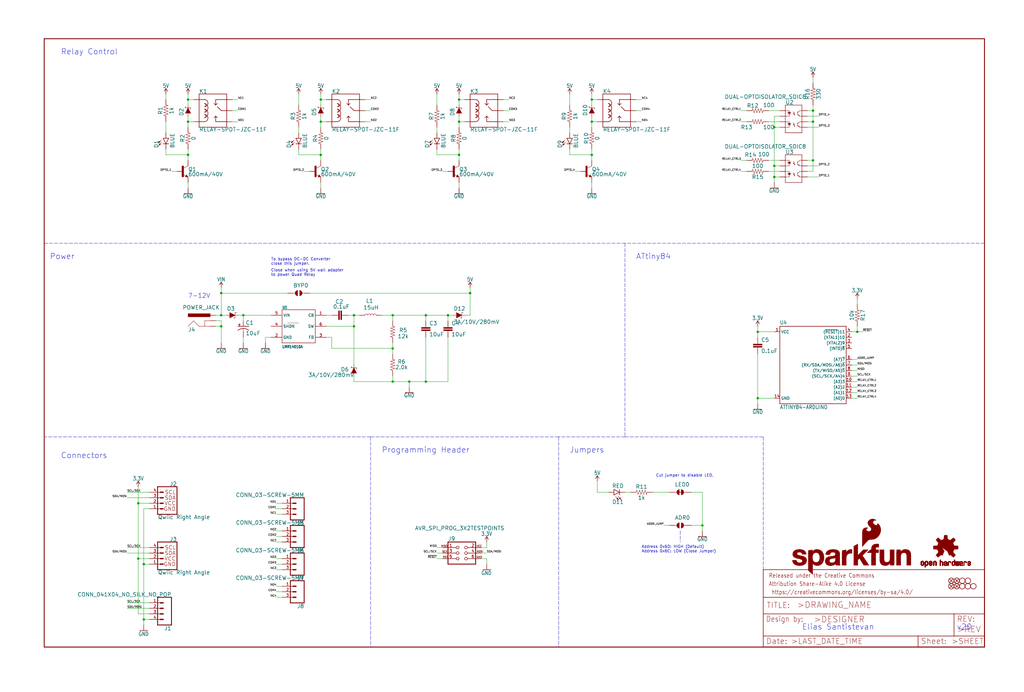
<source format=kicad_sch>
(kicad_sch (version 20211123) (generator eeschema)
  (paper "User" 470.306 317.906)
  (lib_symbols
    (symbol "eagleSchem-eagle-import:0.1UF-0402-10V-10%-X7R"
      (property "Reference" "C" (at 1.524 2.921 0))
      (property "Value" "0.1UF-0402-10V-10%-X7R" (at 1.524 -2.159 0))
      (symbol "0.1UF-0402-10V-10%-X7R_1_0"
        (pin passive line (at 0 5.08 270) (length 2.54) (name "1") (number "1"))
        (pin passive line (at 0 -2.54 90) (length 2.54) (name "2") (number "2"))
      )
    )
    (symbol "eagleSchem-eagle-import:0.1UF-0603-25V-(+80{slash}-20%)"
      (property "Reference" "C" (at 1.524 2.921 0))
      (property "Value" "0.1UF-0603-25V-(+80{slash}-20%)" (at 1.524 -2.159 0))
      (symbol "0.1UF-0603-25V-(+80{slash}-20%)_1_0"
        (pin passive line (at 0 5.08 270) (length 2.54) (name "1") (number "1"))
        (pin passive line (at 0 -2.54 90) (length 2.54) (name "2") (number "2"))
      )
    )
    (symbol "eagleSchem-eagle-import:0OHM-0603-1{slash}10W"
      (property "Reference" "R" (at 0 1.524 0))
      (property "Value" "0OHM-0603-1{slash}10W" (at 0 -1.524 0))
      (symbol "0OHM-0603-1{slash}10W_1_0"
        (pin passive line (at -5.08 0 0) (length 2.54) (name "1") (number "1"))
        (pin passive line (at 5.08 0 180) (length 2.54) (name "2") (number "2"))
      )
    )
    (symbol "eagleSchem-eagle-import:100OHM-0603-1{slash}10W-1%"
      (property "Reference" "R" (at 0 1.524 0))
      (property "Value" "100OHM-0603-1{slash}10W-1%" (at 0 -1.524 0))
      (symbol "100OHM-0603-1{slash}10W-1%_1_0"
        (pin passive line (at -5.08 0 0) (length 2.54) (name "1") (number "1"))
        (pin passive line (at 5.08 0 180) (length 2.54) (name "2") (number "2"))
      )
    )
    (symbol "eagleSchem-eagle-import:10KOHM-0603-1{slash}10W-1%"
      (property "Reference" "R" (at 0 1.524 0))
      (property "Value" "10KOHM-0603-1{slash}10W-1%" (at 0 -1.524 0))
      (symbol "10KOHM-0603-1{slash}10W-1%_1_0"
        (pin passive line (at -5.08 0 0) (length 2.54) (name "1") (number "1"))
        (pin passive line (at 5.08 0 180) (length 2.54) (name "2") (number "2"))
      )
    )
    (symbol "eagleSchem-eagle-import:10UF-0603-6.3V-20%"
      (property "Reference" "C" (at 1.524 2.921 0))
      (property "Value" "10UF-0603-6.3V-20%" (at 1.524 -2.159 0))
      (symbol "10UF-0603-6.3V-20%_1_0"
        (pin passive line (at 0 5.08 270) (length 2.54) (name "1") (number "1"))
        (pin passive line (at 0 -2.54 90) (length 2.54) (name "2") (number "2"))
      )
    )
    (symbol "eagleSchem-eagle-import:10UF-POLAR-EIA3528-20V-10%(TANT)"
      (property "Reference" "C" (at 1.016 0.635 0))
      (property "Value" "10UF-POLAR-EIA3528-20V-10%(TANT)" (at 1.016 -4.191 0))
      (symbol "10UF-POLAR-EIA3528-20V-10%(TANT)_1_0"
        (pin passive line (at 0 2.54 270) (length 2.54) (name "+") (number "A"))
        (pin passive line (at 0 -5.08 90) (length 2.54) (name "-") (number "C"))
      )
    )
    (symbol "eagleSchem-eagle-import:12KOHM-0603-1{slash}10W-1%"
      (property "Reference" "R" (at 0 1.524 0))
      (property "Value" "12KOHM-0603-1{slash}10W-1%" (at 0 -1.524 0))
      (symbol "12KOHM-0603-1{slash}10W-1%_1_0"
        (pin passive line (at -5.08 0 0) (length 2.54) (name "1") (number "1"))
        (pin passive line (at 5.08 0 180) (length 2.54) (name "2") (number "2"))
      )
    )
    (symbol "eagleSchem-eagle-import:1KOHM-0603-1{slash}10W-1%"
      (property "Reference" "R" (at 0 1.524 0))
      (property "Value" "1KOHM-0603-1{slash}10W-1%" (at 0 -1.524 0))
      (symbol "1KOHM-0603-1{slash}10W-1%_1_0"
        (pin passive line (at -5.08 0 0) (length 2.54) (name "1") (number "1"))
        (pin passive line (at 5.08 0 180) (length 2.54) (name "2") (number "2"))
      )
    )
    (symbol "eagleSchem-eagle-import:2.0KOHM-0603-1{slash}10W-5%"
      (property "Reference" "R" (at 0 1.524 0))
      (property "Value" "2.0KOHM-0603-1{slash}10W-5%" (at 0 -1.524 0))
      (symbol "2.0KOHM-0603-1{slash}10W-5%_1_0"
        (pin passive line (at -5.08 0 0) (length 2.54) (name "1") (number "1"))
        (pin passive line (at 5.08 0 180) (length 2.54) (name "2") (number "2"))
      )
    )
    (symbol "eagleSchem-eagle-import:3.3V" (power)
      (property "Value" "3.3V" (at 0 2.794 0))
      (symbol "3.3V_1_0"
        (pin power_in line (at 0 0 90) (length 2.54) (name "3.3V") (number "1"))
      )
    )
    (symbol "eagleSchem-eagle-import:330OHM-0603-1{slash}10W-1%"
      (property "Reference" "R" (at 0 1.524 0))
      (property "Value" "330OHM-0603-1{slash}10W-1%" (at 0 -1.524 0))
      (symbol "330OHM-0603-1{slash}10W-1%_1_0"
        (pin passive line (at -5.08 0 0) (length 2.54) (name "1") (number "1"))
        (pin passive line (at 5.08 0 180) (length 2.54) (name "2") (number "2"))
      )
    )
    (symbol "eagleSchem-eagle-import:5V" (power)
      (property "Value" "5V" (at 0 2.794 0))
      (symbol "5V_1_0"
        (pin power_in line (at 0 0 90) (length 2.54) (name "5V") (number "1"))
      )
    )
    (symbol "eagleSchem-eagle-import:ATTINY84-ARDUINO"
      (property "Reference" "U" (at -15.24 18.542 0))
      (property "Value" "ATTINY84-ARDUINO" (at -15.24 -20.32 0))
      (symbol "ATTINY84-ARDUINO_1_0"
        (pin bidirectional line (at -17.78 15.24 0) (length 2.54) (name "VCC") (number "1"))
        (pin bidirectional line (at 17.78 -7.62 180) (length 2.54) (name "(A3)3") (number "10"))
        (pin bidirectional line (at 17.78 -10.16 180) (length 2.54) (name "(A2)2") (number "11"))
        (pin bidirectional line (at 17.78 -12.7 180) (length 2.54) (name "(A1)1") (number "12"))
        (pin bidirectional line (at 17.78 -15.24 180) (length 2.54) (name "(A0)0") (number "13"))
        (pin bidirectional line (at -17.78 -15.24 0) (length 2.54) (name "GND") (number "14"))
        (pin bidirectional line (at 17.78 12.7 180) (length 2.54) (name "(XTAL1)10") (number "2"))
        (pin bidirectional line (at 17.78 10.16 180) (length 2.54) (name "(XTAL2)9") (number "3"))
        (pin bidirectional line (at 17.78 15.24 180) (length 2.54) (name "(~{RESET})11") (number "4"))
        (pin bidirectional line (at 17.78 7.62 180) (length 2.54) (name "(INT0)~{8}") (number "5"))
        (pin bidirectional line (at 17.78 2.54 180) (length 2.54) (name "(A7)~{7}") (number "6"))
        (pin bidirectional line (at 17.78 0 180) (length 2.54) (name "(RX/SDA/MOSI/A6)~{6}") (number "7"))
        (pin bidirectional line (at 17.78 -2.54 180) (length 2.54) (name "(TX/MISO/A5)~{5}") (number "8"))
        (pin bidirectional line (at 17.78 -5.08 180) (length 2.54) (name "(SCL/SCK/A4)4") (number "9"))
      )
    )
    (symbol "eagleSchem-eagle-import:AVR_SPI_PROG_3X2TESTPOINTS"
      (property "Reference" "J" (at -5.08 5.588 0))
      (property "Value" "AVR_SPI_PROG_3X2TESTPOINTS" (at -5.08 -7.366 0))
      (symbol "AVR_SPI_PROG_3X2TESTPOINTS_1_0"
        (text "GND" (at 8.001 -2.286 0) (effects (font (size 0.8128 0.8128)) (justify left bottom)))
        (text "MISO" (at -5.207 2.794 0) (effects (font (size 0.8128 0.8128)) (justify right bottom)))
        (text "MOSI" (at 8.001 0.254 0) (effects (font (size 0.8128 0.8128)) (justify left bottom)))
        (text "RST" (at -5.08 -2.286 0) (effects (font (size 0.8128 0.8128)) (justify right bottom)))
        (text "SCK" (at -5.207 0.254 0) (effects (font (size 0.8128 0.8128)) (justify right bottom)))
        (text "VCC" (at 8.001 2.794 0) (effects (font (size 0.8128 0.8128)) (justify left bottom)))
        (pin passive inverted (at -7.62 2.54 0) (length 7.62) (name "1") (number "1"))
        (pin passive inverted (at 10.16 2.54 180) (length 7.62) (name "2") (number "2"))
        (pin passive inverted (at -7.62 0 0) (length 7.62) (name "3") (number "3"))
        (pin passive inverted (at 10.16 0 180) (length 7.62) (name "4") (number "4"))
        (pin passive inverted (at -7.62 -2.54 0) (length 7.62) (name "5") (number "5"))
        (pin passive inverted (at 10.16 -2.54 180) (length 7.62) (name "6") (number "6"))
      )
    )
    (symbol "eagleSchem-eagle-import:CONN_03-SCREW-5MM"
      (property "Reference" "J" (at -2.54 5.588 0))
      (property "Value" "CONN_03-SCREW-5MM" (at -2.54 -7.366 0))
      (symbol "CONN_03-SCREW-5MM_1_0"
        (pin passive line (at 7.62 -2.54 180) (length 5.08) (name "1") (number "1"))
        (pin passive line (at 7.62 0 180) (length 5.08) (name "2") (number "2"))
        (pin passive line (at 7.62 2.54 180) (length 5.08) (name "3") (number "3"))
      )
    )
    (symbol "eagleSchem-eagle-import:CONN_041X04_NO_SILK_NO_POP"
      (property "Reference" "J" (at -5.08 8.128 0))
      (property "Value" "CONN_041X04_NO_SILK_NO_POP" (at -5.08 -7.366 0))
      (symbol "CONN_041X04_NO_SILK_NO_POP_1_0"
        (pin passive line (at 5.08 -2.54 180) (length 5.08) (name "1") (number "1"))
        (pin passive line (at 5.08 0 180) (length 5.08) (name "2") (number "2"))
        (pin passive line (at 5.08 2.54 180) (length 5.08) (name "3") (number "3"))
        (pin passive line (at 5.08 5.08 180) (length 5.08) (name "4") (number "4"))
      )
    )
    (symbol "eagleSchem-eagle-import:DIODE-SCHOTTKY-BAT20J"
      (property "Reference" "D" (at -2.54 2.032 0))
      (property "Value" "DIODE-SCHOTTKY-BAT20J" (at -2.54 -2.032 0))
      (symbol "DIODE-SCHOTTKY-BAT20J_1_0"
        (pin passive line (at -2.54 0 0) (length 0) (name "A") (number "A"))
        (pin passive line (at 2.54 0 180) (length 0) (name "C") (number "C"))
      )
    )
    (symbol "eagleSchem-eagle-import:DIODE-SCHOTTKY-BAT60A"
      (property "Reference" "D" (at -2.54 2.032 0))
      (property "Value" "DIODE-SCHOTTKY-BAT60A" (at -2.54 -2.032 0))
      (symbol "DIODE-SCHOTTKY-BAT60A_1_0"
        (pin passive line (at -2.54 0 0) (length 0) (name "A") (number "A"))
        (pin passive line (at 2.54 0 180) (length 0) (name "C") (number "C"))
      )
    )
    (symbol "eagleSchem-eagle-import:DIODE-SCHOTTKY-SS14"
      (property "Reference" "D" (at -2.54 2.032 0))
      (property "Value" "DIODE-SCHOTTKY-SS14" (at -2.54 -2.032 0))
      (symbol "DIODE-SCHOTTKY-SS14_1_0"
        (pin passive line (at -2.54 0 0) (length 0) (name "A") (number "A"))
        (pin passive line (at 2.54 0 180) (length 0) (name "C") (number "C"))
      )
    )
    (symbol "eagleSchem-eagle-import:DUAL-OPTOISOLATOR_SOIC8"
      (property "Reference" "U" (at -5.08 7.874 0))
      (property "Value" "DUAL-OPTOISOLATOR_SOIC8" (at -5.08 -5.334 0))
      (symbol "DUAL-OPTOISOLATOR_SOIC8_1_0"
        (pin bidirectional line (at -7.62 5.08 0) (length 2.54) (name "A1") (number "1"))
        (pin bidirectional line (at -7.62 2.54 0) (length 2.54) (name "C1") (number "2"))
        (pin bidirectional line (at -7.62 0 0) (length 2.54) (name "A2") (number "3"))
        (pin bidirectional line (at -7.62 -2.54 0) (length 2.54) (name "C2") (number "4"))
        (pin bidirectional line (at 5.08 -2.54 180) (length 2.54) (name "EM2") (number "5"))
        (pin bidirectional line (at 5.08 0 180) (length 2.54) (name "CL2") (number "6"))
        (pin bidirectional line (at 5.08 2.54 180) (length 2.54) (name "EM1") (number "7"))
        (pin bidirectional line (at 5.08 5.08 180) (length 2.54) (name "CL1") (number "8"))
      )
    )
    (symbol "eagleSchem-eagle-import:FIDUCIAL1X2")
    (symbol "eagleSchem-eagle-import:FRAME-LEDGER"
      (symbol "FRAME-LEDGER_2_0"
        (text " https://creativecommons.org/licenses/by-sa/4.0/" (at 2.54 24.13 0) (effects (font (size 1.9304 1.6408)) (justify left bottom)))
        (text ">DESIGNER" (at 23.114 11.176 0) (effects (font (size 2.7432 2.7432)) (justify left bottom)))
        (text ">DRAWING_NAME" (at 15.494 17.78 0) (effects (font (size 2.7432 2.7432)) (justify left bottom)))
        (text ">LAST_DATE_TIME" (at 12.7 1.27 0) (effects (font (size 2.54 2.54)) (justify left bottom)))
        (text ">REV" (at 88.9 6.604 0) (effects (font (size 2.7432 2.7432)) (justify left bottom)))
        (text ">SHEET" (at 86.36 1.27 0) (effects (font (size 2.54 2.54)) (justify left bottom)))
        (text "Attribution Share-Alike 4.0 License" (at 2.54 27.94 0) (effects (font (size 1.9304 1.6408)) (justify left bottom)))
        (text "Date:" (at 1.27 1.27 0) (effects (font (size 2.54 2.54)) (justify left bottom)))
        (text "Design by:" (at 1.27 11.43 0) (effects (font (size 2.54 2.159)) (justify left bottom)))
        (text "Released under the Creative Commons" (at 2.54 31.75 0) (effects (font (size 1.9304 1.6408)) (justify left bottom)))
        (text "REV:" (at 88.9 11.43 0) (effects (font (size 2.54 2.54)) (justify left bottom)))
        (text "Sheet:" (at 72.39 1.27 0) (effects (font (size 2.54 2.54)) (justify left bottom)))
        (text "TITLE:" (at 1.524 17.78 0) (effects (font (size 2.54 2.54)) (justify left bottom)))
      )
    )
    (symbol "eagleSchem-eagle-import:GND" (power)
      (property "Value" "GND" (at 0 -0.254 0))
      (symbol "GND_1_0"
        (pin power_in line (at 0 2.54 270) (length 2.54) (name "GND") (number "1"))
      )
    )
    (symbol "eagleSchem-eagle-import:I2C_STANDARDQWIIC"
      (property "Reference" "J" (at -5.08 7.874 0))
      (property "Value" "I2C_STANDARDQWIIC" (at -5.08 -5.334 0))
      (symbol "I2C_STANDARDQWIIC_1_0"
        (text "GND" (at -4.572 -2.54 0) (effects (font (size 1.778 1.778)) (justify left)))
        (text "SCL" (at -4.572 5.08 0) (effects (font (size 1.778 1.778)) (justify left)))
        (text "SDA" (at -4.572 2.54 0) (effects (font (size 1.778 1.778)) (justify left)))
        (text "VCC" (at -4.572 0 0) (effects (font (size 1.778 1.778)) (justify left)))
        (pin power_in line (at 7.62 -2.54 180) (length 5.08) (name "1") (number "1"))
        (pin power_in line (at 7.62 0 180) (length 5.08) (name "2") (number "2"))
        (pin passive line (at 7.62 2.54 180) (length 5.08) (name "3") (number "3"))
        (pin passive line (at 7.62 5.08 180) (length 5.08) (name "4") (number "4"))
      )
    )
    (symbol "eagleSchem-eagle-import:INDUCTOR-LQH5B-15UH"
      (property "Reference" "L" (at 1.27 2.54 0))
      (property "Value" "INDUCTOR-LQH5B-15UH" (at 1.27 -2.54 0))
      (symbol "INDUCTOR-LQH5B-15UH_1_0"
        (pin passive line (at 0 5.08 270) (length 2.54) (name "1") (number "P1"))
        (pin passive line (at 0 -5.08 90) (length 2.54) (name "2") (number "P2"))
      )
    )
    (symbol "eagleSchem-eagle-import:JUMPER-SMT_2_NC_TRACE_SILK"
      (property "Reference" "JP" (at -2.54 2.54 0))
      (property "Value" "JUMPER-SMT_2_NC_TRACE_SILK" (at -2.54 -2.54 0))
      (symbol "JUMPER-SMT_2_NC_TRACE_SILK_1_0"
        (pin passive line (at -5.08 0 0) (length 2.54) (name "1") (number "1"))
        (pin passive line (at 5.08 0 180) (length 2.54) (name "2") (number "2"))
      )
    )
    (symbol "eagleSchem-eagle-import:JUMPER-SMT_2_NO_SILK"
      (property "Reference" "JP" (at -2.54 2.54 0))
      (property "Value" "JUMPER-SMT_2_NO_SILK" (at -2.54 -2.54 0))
      (symbol "JUMPER-SMT_2_NO_SILK_1_0"
        (pin passive line (at -5.08 0 0) (length 2.54) (name "1") (number "1"))
        (pin passive line (at 5.08 0 180) (length 2.54) (name "2") (number "2"))
      )
    )
    (symbol "eagleSchem-eagle-import:LED-BLUE0603"
      (property "Reference" "D" (at -3.429 -4.572 90))
      (property "Value" "LED-BLUE0603" (at 1.905 -4.572 90))
      (symbol "LED-BLUE0603_1_0"
        (pin passive line (at 0 2.54 270) (length 2.54) (name "A") (number "A"))
        (pin passive line (at 0 -5.08 90) (length 2.54) (name "C") (number "C"))
      )
    )
    (symbol "eagleSchem-eagle-import:LED-RED0603"
      (property "Reference" "D" (at -3.429 -4.572 90))
      (property "Value" "LED-RED0603" (at 1.905 -4.572 90))
      (symbol "LED-RED0603_1_0"
        (pin passive line (at 0 2.54 270) (length 2.54) (name "A") (number "A"))
        (pin passive line (at 0 -5.08 90) (length 2.54) (name "C") (number "C"))
      )
    )
    (symbol "eagleSchem-eagle-import:LMR14010A"
      (property "Reference" "U" (at -7.62 7.874 0))
      (property "Value" "LMR14010A" (at -7.62 -10.16 0))
      (symbol "LMR14010A_1_0"
        (pin input line (at 12.7 5.08 180) (length 5.08) (name "CB") (number "1"))
        (pin power_in line (at -12.7 -5.08 0) (length 5.08) (name "GND") (number "2"))
        (pin input line (at 12.7 -5.08 180) (length 5.08) (name "FB") (number "3"))
        (pin input line (at -12.7 0 0) (length 5.08) (name "SHDN") (number "4"))
        (pin power_in line (at -12.7 5.08 0) (length 5.08) (name "VIN") (number "5"))
        (pin power_in line (at 12.7 0 180) (length 5.08) (name "SW") (number "6"))
      )
    )
    (symbol "eagleSchem-eagle-import:OSHW-LOGOS")
    (symbol "eagleSchem-eagle-import:POWER_JACK"
      (property "Reference" "J" (at -10.16 0 0))
      (property "Value" "POWER_JACK" (at -10.16 10.16 0))
      (symbol "POWER_JACK_1_0"
        (pin bidirectional line (at 2.54 2.54 180) (length 2.54) (name "GND") (number "GND"))
        (pin bidirectional line (at 2.54 5.08 180) (length 2.54) (name "GNDBREAK") (number "GNDBREAK"))
        (pin bidirectional line (at 2.54 7.62 180) (length 2.54) (name "PWR") (number "PWR"))
      )
    )
    (symbol "eagleSchem-eagle-import:RELAY-SPDT-JZC-11F"
      (property "Reference" "K" (at -7.62 7.874 0))
      (property "Value" "RELAY-SPDT-JZC-11F" (at -7.62 -9.652 0))
      (symbol "RELAY-SPDT-JZC-11F_1_0"
        (pin bidirectional line (at -10.16 -5.08 0) (length 2.54) (name "COIL2") (number "1"))
        (pin bidirectional line (at 7.62 5.08 180) (length 2.54) (name "NC") (number "2"))
        (pin bidirectional line (at 7.62 -5.08 180) (length 2.54) (name "NO") (number "3"))
        (pin bidirectional line (at 7.62 0 180) (length 2.54) (name "MAIN") (number "4"))
        (pin bidirectional line (at -10.16 5.08 0) (length 2.54) (name "COIL1") (number "5"))
      )
    )
    (symbol "eagleSchem-eagle-import:SFE_LOGO_NAME_FLAME.1_INCH")
    (symbol "eagleSchem-eagle-import:STAND-OFF")
    (symbol "eagleSchem-eagle-import:TRANS_NPN-MMBT2222AL"
      (property "Reference" "Q" (at 2.54 0 0))
      (property "Value" "TRANS_NPN-MMBT2222AL" (at 2.54 -2.286 0))
      (symbol "TRANS_NPN-MMBT2222AL_1_0"
        (pin passive line (at -2.54 0 0) (length 2.54) (name "B") (number "1"))
        (pin passive line (at 2.54 -5.08 90) (length 2.54) (name "E") (number "2"))
        (pin passive line (at 2.54 5.08 270) (length 2.54) (name "C") (number "3"))
      )
    )
    (symbol "eagleSchem-eagle-import:VIN" (power)
      (property "Value" "VIN" (at 0 2.794 0))
      (symbol "VIN_1_0"
        (pin power_in line (at 0 0 90) (length 2.54) (name "VIN") (number "1"))
      )
    )
  )
  (junction (at 195.58 175.26))
  (junction (at 347.98 182.88))
  (junction (at 180.34 144.78))
  (junction (at 86.36 45.72))
  (junction (at 101.6 134.62))
  (junction (at 63.5 256.54))
  (junction (at 147.32 55.88))
  (junction (at 347.98 152.4))
  (junction (at 271.78 55.88))
  (junction (at 373.38 73.66))
  (junction (at 373.38 55.88))
  (junction (at 111.76 144.78))
  (junction (at 147.32 71.12))
  (junction (at 101.6 149.86))
  (junction (at 63.5 231.14))
  (junction (at 66.04 259.08))
  (junction (at 355.6 76.2))
  (junction (at 271.78 71.12))
  (junction (at 187.96 175.26))
  (junction (at 210.82 45.72))
  (junction (at 355.6 81.28))
  (junction (at 210.82 55.88))
  (junction (at 210.82 71.12))
  (junction (at 86.36 71.12))
  (junction (at 205.74 144.78))
  (junction (at 271.78 45.72))
  (junction (at 86.36 55.88))
  (junction (at 180.34 175.26))
  (junction (at 195.58 144.78))
  (junction (at 373.38 50.8))
  (junction (at 393.7 152.4))
  (junction (at 101.6 144.78))
  (junction (at 215.9 134.62))
  (junction (at 66.04 284.48))
  (junction (at 147.32 45.72))
  (junction (at 180.34 160.02))
  (junction (at 322.58 241.3))
  (junction (at 355.6 58.42))
  (junction (at 162.56 144.78))
  (junction (at 162.56 149.86))
  (wire (pts (xy 223.52 259.08) (xy 223.52 256.54)))
  (wire (pts (xy 162.56 167.64) (xy 162.56 149.86)))
  (wire (pts (xy 121.92 154.94) (xy 121.92 157.48)))
  (wire (pts (xy 347.98 152.4) (xy 347.98 154.94)))
  (wire (pts (xy 393.7 137.16) (xy 393.7 139.7)))
  (wire (pts (xy 76.2 68.58) (xy 76.2 71.12)))
  (wire (pts (xy 68.58 276.86) (xy 58.42 276.86)))
  (wire (pts (xy 347.98 182.88) (xy 347.98 162.56)))
  (wire (pts (xy 149.86 55.88) (xy 147.32 55.88)))
  (wire (pts (xy 274.32 45.72) (xy 271.78 45.72)))
  (wire (pts (xy 358.14 58.42) (xy 355.6 58.42)))
  (wire (pts (xy 391.16 182.88) (xy 393.7 182.88)))
  (wire (pts (xy 68.58 233.68) (xy 66.04 233.68)))
  (wire (pts (xy 261.62 60.96) (xy 261.62 58.42)))
  (polyline (pts (xy 452.12 111.76) (xy 287.02 111.76)))
  (wire (pts (xy 342.9 55.88) (xy 340.36 55.88)))
  (wire (pts (xy 231.14 55.88) (xy 233.68 55.88)))
  (polyline (pts (xy 170.18 200.66) (xy 170.18 297.18)))
  (wire (pts (xy 292.1 45.72) (xy 294.64 45.72)))
  (wire (pts (xy 66.04 287.02) (xy 66.04 284.48)))
  (wire (pts (xy 370.84 76.2) (xy 375.92 76.2)))
  (polyline (pts (xy 256.54 200.66) (xy 170.18 200.66)))
  (wire (pts (xy 78.74 78.74) (xy 81.28 78.74)))
  (wire (pts (xy 180.34 172.72) (xy 180.34 175.26)))
  (wire (pts (xy 195.58 175.26) (xy 187.96 175.26)))
  (wire (pts (xy 149.86 45.72) (xy 147.32 45.72)))
  (wire (pts (xy 391.16 180.34) (xy 393.7 180.34)))
  (wire (pts (xy 147.32 86.36) (xy 147.32 83.82)))
  (wire (pts (xy 147.32 43.18) (xy 147.32 45.72)))
  (wire (pts (xy 274.32 55.88) (xy 271.78 55.88)))
  (wire (pts (xy 264.16 78.74) (xy 266.7 78.74)))
  (wire (pts (xy 68.58 284.48) (xy 66.04 284.48)))
  (wire (pts (xy 167.64 45.72) (xy 170.18 45.72)))
  (wire (pts (xy 149.86 144.78) (xy 152.4 144.78)))
  (wire (pts (xy 274.32 226.06) (xy 279.4 226.06)))
  (wire (pts (xy 180.34 160.02) (xy 180.34 157.48)))
  (wire (pts (xy 147.32 73.66) (xy 147.32 71.12)))
  (wire (pts (xy 129.54 274.32) (xy 127 274.32)))
  (wire (pts (xy 355.6 182.88) (xy 347.98 182.88)))
  (wire (pts (xy 86.36 45.72) (xy 88.9 45.72)))
  (wire (pts (xy 101.6 144.78) (xy 104.14 144.78)))
  (wire (pts (xy 210.82 86.36) (xy 210.82 83.82)))
  (wire (pts (xy 127 246.38) (xy 129.54 246.38)))
  (wire (pts (xy 342.9 73.66) (xy 340.36 73.66)))
  (wire (pts (xy 63.5 223.52) (xy 63.5 231.14)))
  (wire (pts (xy 213.36 45.72) (xy 210.82 45.72)))
  (wire (pts (xy 307.34 226.06) (xy 299.72 226.06)))
  (wire (pts (xy 322.58 226.06) (xy 322.58 241.3)))
  (polyline (pts (xy 350.52 200.66) (xy 350.52 261.62)))
  (wire (pts (xy 271.78 43.18) (xy 271.78 45.72)))
  (wire (pts (xy 274.32 220.98) (xy 274.32 226.06)))
  (wire (pts (xy 147.32 71.12) (xy 147.32 68.58)))
  (wire (pts (xy 147.32 55.88) (xy 147.32 53.34)))
  (wire (pts (xy 373.38 73.66) (xy 373.38 55.88)))
  (wire (pts (xy 68.58 254) (xy 58.42 254)))
  (wire (pts (xy 203.2 256.54) (xy 200.66 256.54)))
  (wire (pts (xy 167.64 50.8) (xy 170.18 50.8)))
  (wire (pts (xy 271.78 58.42) (xy 271.78 55.88)))
  (wire (pts (xy 101.6 157.48) (xy 101.6 149.86)))
  (wire (pts (xy 129.54 233.68) (xy 127 233.68)))
  (wire (pts (xy 68.58 279.4) (xy 58.42 279.4)))
  (wire (pts (xy 111.76 147.32) (xy 111.76 144.78)))
  (wire (pts (xy 152.4 160.02) (xy 180.34 160.02)))
  (wire (pts (xy 111.76 157.48) (xy 111.76 154.94)))
  (wire (pts (xy 187.96 177.8) (xy 187.96 175.26)))
  (wire (pts (xy 271.78 45.72) (xy 271.78 48.26)))
  (wire (pts (xy 175.26 144.78) (xy 180.34 144.78)))
  (wire (pts (xy 220.98 256.54) (xy 223.52 256.54)))
  (wire (pts (xy 162.56 144.78) (xy 165.1 144.78)))
  (wire (pts (xy 167.64 55.88) (xy 170.18 55.88)))
  (wire (pts (xy 137.16 71.12) (xy 147.32 71.12)))
  (wire (pts (xy 342.9 78.74) (xy 340.36 78.74)))
  (wire (pts (xy 203.2 254) (xy 200.66 254)))
  (wire (pts (xy 287.02 226.06) (xy 289.56 226.06)))
  (wire (pts (xy 68.58 259.08) (xy 66.04 259.08)))
  (wire (pts (xy 86.36 58.42) (xy 86.36 55.88)))
  (wire (pts (xy 66.04 259.08) (xy 66.04 284.48)))
  (wire (pts (xy 355.6 152.4) (xy 347.98 152.4)))
  (wire (pts (xy 76.2 55.88) (xy 76.2 60.96)))
  (wire (pts (xy 137.16 43.18) (xy 137.16 48.26)))
  (polyline (pts (xy 170.18 200.66) (xy 20.32 200.66)))
  (wire (pts (xy 127 243.84) (xy 129.54 243.84)))
  (wire (pts (xy 358.14 81.28) (xy 355.6 81.28)))
  (wire (pts (xy 124.46 154.94) (xy 121.92 154.94)))
  (wire (pts (xy 160.02 144.78) (xy 162.56 144.78)))
  (wire (pts (xy 149.86 154.94) (xy 152.4 154.94)))
  (polyline (pts (xy 256.54 200.66) (xy 256.54 297.18)))
  (polyline (pts (xy 287.02 200.66) (xy 350.52 200.66)))
  (wire (pts (xy 129.54 259.08) (xy 127 259.08)))
  (wire (pts (xy 205.74 144.78) (xy 205.74 147.32)))
  (wire (pts (xy 215.9 144.78) (xy 215.9 134.62)))
  (wire (pts (xy 220.98 254) (xy 223.52 254)))
  (wire (pts (xy 370.84 53.34) (xy 375.92 53.34)))
  (wire (pts (xy 391.16 177.8) (xy 393.7 177.8)))
  (wire (pts (xy 68.58 228.6) (xy 58.42 228.6)))
  (wire (pts (xy 68.58 251.46) (xy 58.42 251.46)))
  (wire (pts (xy 370.84 50.8) (xy 373.38 50.8)))
  (wire (pts (xy 213.36 144.78) (xy 215.9 144.78)))
  (wire (pts (xy 261.62 48.26) (xy 261.62 43.18)))
  (wire (pts (xy 180.34 175.26) (xy 162.56 175.26)))
  (wire (pts (xy 203.2 251.46) (xy 200.66 251.46)))
  (wire (pts (xy 353.06 73.66) (xy 358.14 73.66)))
  (wire (pts (xy 124.46 144.78) (xy 111.76 144.78)))
  (wire (pts (xy 370.84 81.28) (xy 375.92 81.28)))
  (wire (pts (xy 142.24 134.62) (xy 215.9 134.62)))
  (wire (pts (xy 68.58 226.06) (xy 58.42 226.06)))
  (wire (pts (xy 86.36 86.36) (xy 86.36 83.82)))
  (wire (pts (xy 149.86 149.86) (xy 162.56 149.86)))
  (wire (pts (xy 129.54 248.92) (xy 127 248.92)))
  (wire (pts (xy 370.84 78.74) (xy 373.38 78.74)))
  (polyline (pts (xy 287.02 200.66) (xy 256.54 200.66)))
  (wire (pts (xy 391.16 172.72) (xy 393.7 172.72)))
  (wire (pts (xy 86.36 45.72) (xy 86.36 43.18)))
  (wire (pts (xy 210.82 68.58) (xy 210.82 71.12)))
  (wire (pts (xy 106.68 55.88) (xy 109.22 55.88)))
  (wire (pts (xy 195.58 144.78) (xy 195.58 147.32)))
  (wire (pts (xy 261.62 71.12) (xy 271.78 71.12)))
  (wire (pts (xy 152.4 154.94) (xy 152.4 160.02)))
  (wire (pts (xy 373.38 55.88) (xy 373.38 50.8)))
  (wire (pts (xy 63.5 231.14) (xy 68.58 231.14)))
  (wire (pts (xy 358.14 76.2) (xy 355.6 76.2)))
  (wire (pts (xy 129.54 261.62) (xy 127 261.62)))
  (wire (pts (xy 391.16 167.64) (xy 393.7 167.64)))
  (wire (pts (xy 271.78 83.82) (xy 271.78 86.36)))
  (wire (pts (xy 129.54 236.22) (xy 127 236.22)))
  (wire (pts (xy 187.96 175.26) (xy 180.34 175.26)))
  (wire (pts (xy 86.36 68.58) (xy 86.36 71.12)))
  (wire (pts (xy 307.34 241.3) (xy 304.8 241.3)))
  (wire (pts (xy 86.36 55.88) (xy 86.36 53.34)))
  (wire (pts (xy 231.14 45.72) (xy 233.68 45.72)))
  (wire (pts (xy 271.78 71.12) (xy 271.78 73.66)))
  (wire (pts (xy 271.78 55.88) (xy 271.78 53.34)))
  (polyline (pts (xy 287.02 111.76) (xy 287.02 200.66)))
  (wire (pts (xy 162.56 149.86) (xy 162.56 144.78)))
  (polyline (pts (xy 312.42 243.84) (xy 312.42 248.92)))
  (wire (pts (xy 99.06 147.32) (xy 101.6 147.32)))
  (wire (pts (xy 200.66 48.26) (xy 200.66 43.18)))
  (wire (pts (xy 200.66 58.42) (xy 200.66 60.96)))
  (wire (pts (xy 347.98 149.86) (xy 347.98 152.4)))
  (wire (pts (xy 292.1 55.88) (xy 294.64 55.88)))
  (wire (pts (xy 106.68 50.8) (xy 109.22 50.8)))
  (wire (pts (xy 205.74 175.26) (xy 195.58 175.26)))
  (wire (pts (xy 208.28 144.78) (xy 205.74 144.78)))
  (wire (pts (xy 86.36 48.26) (xy 86.36 45.72)))
  (wire (pts (xy 129.54 231.14) (xy 127 231.14)))
  (wire (pts (xy 347.98 182.88) (xy 347.98 185.42)))
  (wire (pts (xy 210.82 43.18) (xy 210.82 45.72)))
  (wire (pts (xy 223.52 251.46) (xy 223.52 248.92)))
  (wire (pts (xy 101.6 144.78) (xy 101.6 134.62)))
  (wire (pts (xy 231.14 50.8) (xy 233.68 50.8)))
  (wire (pts (xy 147.32 55.88) (xy 147.32 58.42)))
  (wire (pts (xy 195.58 154.94) (xy 195.58 175.26)))
  (wire (pts (xy 76.2 71.12) (xy 86.36 71.12)))
  (wire (pts (xy 162.56 172.72) (xy 162.56 175.26)))
  (wire (pts (xy 101.6 134.62) (xy 101.6 132.08)))
  (wire (pts (xy 370.84 55.88) (xy 373.38 55.88)))
  (wire (pts (xy 137.16 60.96) (xy 137.16 58.42)))
  (wire (pts (xy 129.54 271.78) (xy 127 271.78)))
  (wire (pts (xy 393.7 149.86) (xy 393.7 152.4)))
  (wire (pts (xy 203.2 78.74) (xy 205.74 78.74)))
  (wire (pts (xy 99.06 149.86) (xy 101.6 149.86)))
  (wire (pts (xy 261.62 71.12) (xy 261.62 68.58)))
  (wire (pts (xy 63.5 281.94) (xy 63.5 256.54)))
  (wire (pts (xy 220.98 251.46) (xy 223.52 251.46)))
  (wire (pts (xy 210.82 55.88) (xy 210.82 58.42)))
  (wire (pts (xy 88.9 55.88) (xy 86.36 55.88)))
  (wire (pts (xy 292.1 50.8) (xy 294.64 50.8)))
  (wire (pts (xy 373.38 78.74) (xy 373.38 73.66)))
  (wire (pts (xy 370.84 73.66) (xy 373.38 73.66)))
  (wire (pts (xy 355.6 53.34) (xy 355.6 58.42)))
  (wire (pts (xy 147.32 48.26) (xy 147.32 45.72)))
  (wire (pts (xy 129.54 256.54) (xy 127 256.54)))
  (wire (pts (xy 137.16 68.58) (xy 137.16 71.12)))
  (wire (pts (xy 139.7 78.74) (xy 142.24 78.74)))
  (wire (pts (xy 373.38 35.56) (xy 373.38 38.1)))
  (wire (pts (xy 340.36 50.8) (xy 342.9 50.8)))
  (wire (pts (xy 358.14 78.74) (xy 353.06 78.74)))
  (wire (pts (xy 210.82 53.34) (xy 210.82 55.88)))
  (wire (pts (xy 99.06 144.78) (xy 101.6 144.78)))
  (wire (pts (xy 200.66 71.12) (xy 210.82 71.12)))
  (wire (pts (xy 317.5 226.06) (xy 322.58 226.06)))
  (wire (pts (xy 129.54 269.24) (xy 127 269.24)))
  (wire (pts (xy 391.16 175.26) (xy 393.7 175.26)))
  (wire (pts (xy 200.66 68.58) (xy 200.66 71.12)))
  (wire (pts (xy 213.36 55.88) (xy 210.82 55.88)))
  (wire (pts (xy 393.7 152.4) (xy 396.24 152.4)))
  (wire (pts (xy 353.06 55.88) (xy 358.14 55.88)))
  (wire (pts (xy 180.34 144.78) (xy 180.34 147.32)))
  (wire (pts (xy 353.06 50.8) (xy 358.14 50.8)))
  (wire (pts (xy 101.6 134.62) (xy 132.08 134.62)))
  (wire (pts (xy 370.84 58.42) (xy 375.92 58.42)))
  (polyline (pts (xy 20.32 111.76) (xy 287.02 111.76)))
  (wire (pts (xy 210.82 71.12) (xy 210.82 73.66)))
  (wire (pts (xy 205.74 154.94) (xy 205.74 175.26)))
  (wire (pts (xy 68.58 256.54) (xy 63.5 256.54)))
  (wire (pts (xy 180.34 160.02) (xy 180.34 162.56)))
  (wire (pts (xy 317.5 241.3) (xy 322.58 241.3)))
  (wire (pts (xy 215.9 134.62) (xy 215.9 132.08)))
  (wire (pts (xy 322.58 241.3) (xy 322.58 243.84)))
  (wire (pts (xy 210.82 48.26) (xy 210.82 45.72)))
  (wire (pts (xy 106.68 45.72) (xy 109.22 45.72)))
  (wire (pts (xy 391.16 165.1) (xy 393.7 165.1)))
  (wire (pts (xy 355.6 58.42) (xy 355.6 76.2)))
  (wire (pts (xy 391.16 152.4) (xy 393.7 152.4)))
  (wire (pts (xy 358.14 53.34) (xy 355.6 53.34)))
  (wire (pts (xy 195.58 144.78) (xy 205.74 144.78)))
  (wire (pts (xy 109.22 144.78) (xy 111.76 144.78)))
  (wire (pts (xy 63.5 256.54) (xy 63.5 231.14)))
  (wire (pts (xy 76.2 45.72) (xy 76.2 43.18)))
  (wire (pts (xy 86.36 71.12) (xy 86.36 73.66)))
  (wire (pts (xy 180.34 144.78) (xy 195.58 144.78)))
  (wire (pts (xy 68.58 281.94) (xy 63.5 281.94)))
  (wire (pts (xy 391.16 170.18) (xy 393.7 170.18)))
  (wire (pts (xy 271.78 68.58) (xy 271.78 71.12)))
  (wire (pts (xy 101.6 147.32) (xy 101.6 149.86)))
  (wire (pts (xy 355.6 76.2) (xy 355.6 81.28)))
  (wire (pts (xy 373.38 50.8) (xy 373.38 48.26)))
  (wire (pts (xy 66.04 233.68) (xy 66.04 259.08)))
  (wire (pts (xy 355.6 81.28) (xy 355.6 83.82)))
  (text "v20" (at 439.42 289.56 180) (effects (font (size 2.54 2.54)) (justify left bottom)))
  (text "7-12V" (at 86.36 137.16 180) (effects (font (size 2.032 2.032)) (justify left bottom)))
  (text "To bypass DC-DC Converter\nclose this jumper." (at 124.46 121.92 180) (effects (font (size 1.27 1.27)) (justify left bottom)))
  (text "Close when using 5V wall adapter\nto power Quad Relay" (at 124.46 127 0) (effects (font (size 1.27 1.27)) (justify left bottom)))
  (text "Jumpers" (at 261.62 208.28 180) (effects (font (size 2.54 2.54)) (justify left bottom)))
  (text "Cut jumper to disable LED." (at 301.244 219.202 180) (effects (font (size 1.27 1.27)) (justify left bottom)))
  (text "ATtiny84" (at 292.1 119.38 180) (effects (font (size 2.54 2.54)) (justify left bottom)))
  (text "Power" (at 22.86 119.38 180) (effects (font (size 2.54 2.54)) (justify left bottom)))
  (text "Elias Santistevan" (at 368.3 289.56 180) (effects (font (size 2.54 2.54)) (justify left bottom)))
  (text "Programming Header" (at 175.26 208.28 180) (effects (font (size 2.54 2.54)) (justify left bottom)))
  (text "Address 0x6D: HIGH (Default)\nAddress 0x6C: LOW (Close Jumper)" (at 294.64 254 0) (effects (font (size 1.27 1.27)) (justify left bottom)))
  (text "Connectors" (at 27.94 210.82 180) (effects (font (size 2.54 2.54)) (justify left bottom)))
  (text "Relay Control" (at 27.94 25.4 180) (effects (font (size 2.54 2.54)) (justify left bottom)))
  (label "NC1" (at 127 236.22 180) (effects (font (size 0.889 0.889))))
  (label "NO2" (at 170.18 55.88 0) (effects (font (size 0.889 0.889))))
  (label "NC4" (at 294.64 45.72 0) (effects (font (size 0.889 0.889))))
  (label "NO2" (at 127 243.84 180) (effects (font (size 0.889 0.889))))
  (label "NO1" (at 127 231.14 180) (effects (font (size 0.889 0.889))))
  (label "RELAY_CTRL4" (at 393.7 182.88 0) (effects (font (size 0.889 0.889))))
  (label "SCL/SCK" (at 393.7 172.72 0) (effects (font (size 0.889 0.889))))
  (label "RELAY_CTRL1" (at 340.36 50.8 180) (effects (font (size 0.889 0.889))))
  (label "NO3" (at 233.68 55.88 0) (effects (font (size 0.889 0.889))))
  (label "SCL/SCK" (at 58.42 276.86 0) (effects (font (size 0.889 0.889))))
  (label "OPTO_1" (at 375.92 81.28 0) (effects (font (size 0.889 0.889))))
  (label "NC3" (at 127 261.62 180) (effects (font (size 0.889 0.889))))
  (label "~{RESET}" (at 396.24 152.4 0) (effects (font (size 0.889 0.889))))
  (label "NO1" (at 109.22 55.88 0) (effects (font (size 0.889 0.889))))
  (label "NC4" (at 127 274.32 180) (effects (font (size 0.889 0.889))))
  (label "OPTO_1" (at 78.74 78.74 180) (effects (font (size 0.889 0.889))))
  (label "COM2" (at 170.18 50.8 0) (effects (font (size 0.889 0.889))))
  (label "ADDR_JUMP" (at 304.8 241.3 180) (effects (font (size 0.889 0.889))))
  (label "SDA/MOSI" (at 58.42 254 180) (effects (font (size 0.889 0.889))))
  (label "SDA/MOSI" (at 393.7 167.64 0) (effects (font (size 0.889 0.889))))
  (label "RELAY_CTRL2" (at 393.7 177.8 0) (effects (font (size 0.889 0.889))))
  (label "MISO" (at 393.7 170.18 0) (effects (font (size 0.889 0.889))))
  (label "COM4" (at 127 271.78 180) (effects (font (size 0.889 0.889))))
  (label "NO4" (at 294.64 55.88 0) (effects (font (size 0.889 0.889))))
  (label "COM4" (at 294.64 50.8 0) (effects (font (size 0.889 0.889))))
  (label "RELAY_CTRL3" (at 340.36 73.66 180) (effects (font (size 0.889 0.889))))
  (label "RELAY_CTRL2" (at 340.36 55.88 180) (effects (font (size 0.889 0.889))))
  (label "RELAY_CTRL1" (at 393.7 175.26 0) (effects (font (size 0.889 0.889))))
  (label "NC2" (at 170.18 45.72 0) (effects (font (size 0.889 0.889))))
  (label "ADDR_JUMP" (at 393.7 165.1 0) (effects (font (size 0.889 0.889))))
  (label "SCL/SCK" (at 58.42 251.46 0) (effects (font (size 0.889 0.889))))
  (label "COM1" (at 127 233.68 180) (effects (font (size 0.889 0.889))))
  (label "NO4" (at 127 269.24 180) (effects (font (size 0.889 0.889))))
  (label "RELAY_CTRL3" (at 393.7 180.34 0) (effects (font (size 0.889 0.889))))
  (label "COM3" (at 233.68 50.8 0) (effects (font (size 0.889 0.889))))
  (label "RELAY_CTRL4" (at 340.36 78.74 180) (effects (font (size 0.889 0.889))))
  (label "COM2" (at 127 246.38 180) (effects (font (size 0.889 0.889))))
  (label "OPTO_2" (at 139.7 78.74 180) (effects (font (size 0.889 0.889))))
  (label "NC3" (at 233.68 45.72 0) (effects (font (size 0.889 0.889))))
  (label "SDA/MOSI" (at 58.42 279.4 0) (effects (font (size 0.889 0.889))))
  (label "SDA/MOSI" (at 58.42 228.6 180) (effects (font (size 0.889 0.889))))
  (label "COM3" (at 127 259.08 180) (effects (font (size 0.889 0.889))))
  (label "OPTO_3" (at 203.2 78.74 180) (effects (font (size 0.889 0.889))))
  (label "OPTO_2" (at 375.92 76.2 0) (effects (font (size 0.889 0.889))))
  (label "NO3" (at 127 256.54 180) (effects (font (size 0.889 0.889))))
  (label "SCL/SCK" (at 58.42 226.06 0) (effects (font (size 0.889 0.889))))
  (label "COM1" (at 109.22 50.8 0) (effects (font (size 0.889 0.889))))
  (label "SCL/SCK" (at 200.66 254 180) (effects (font (size 0.889 0.889))))
  (label "MISO" (at 200.66 251.46 180) (effects (font (size 0.889 0.889))))
  (label "OPTO_4" (at 375.92 53.34 0) (effects (font (size 0.889 0.889))))
  (label "OPTO_3" (at 375.92 58.42 0) (effects (font (size 0.889 0.889))))
  (label "SDA/MOSI" (at 223.52 254 0) (effects (font (size 0.889 0.889))))
  (label "NC1" (at 109.22 45.72 0) (effects (font (size 0.889 0.889))))
  (label "~{RESET}" (at 200.66 256.54 180) (effects (font (size 0.889 0.889))))
  (label "NC2" (at 127 248.92 180) (effects (font (size 0.889 0.889))))
  (label "OPTO_4" (at 264.16 78.74 180) (effects (font (size 0.889 0.889))))
  (symbol (lib_id "eagleSchem-eagle-import:AVR_SPI_PROG_3X2TESTPOINTS") (at 210.82 254 0) (unit 1)
    (property "Reference" "J9" (at 205.74 248.412 0) (effects (font (size 1.778 1.778)) (justify left bottom)))
    (property "Value" "AVR_SPI_PROG_3X2TESTPOINTS" (at 190.5 243.586 0) (effects (font (size 1.778 1.778)) (justify left bottom)))
    (property "Footprint" "eagleSchem:2X3_TEST_POINTS" (effects hide))
  )
  (symbol (lib_id "eagleSchem-eagle-import:LED-RED0603") (at 281.94 226.06 90) (unit 1)
    (property "Reference" "D11" (at 286.512 229.489 90) (effects (font (size 1.778 1.778)) (justify left bottom)))
    (property "Value" "RED" (at 286.512 224.155 90) (effects (font (size 1.778 1.778)) (justify left top)))
    (property "Footprint" "eagleSchem:LED-0603" (effects hide))
  )
  (symbol (lib_id "eagleSchem-eagle-import:LMR14010A") (at 137.16 149.86 0) (unit 1)
    (property "Reference" "U1" (at 129.54 141.986 0) (effects (font (size 1.27 1.0795) bold) (justify left bottom)))
    (property "Value" "LMR14010A" (at 129.54 160.02 0) (effects (font (size 1.27 1.0795) bold) (justify left bottom)))
    (property "Footprint" "eagleSchem:SOT23-6" (effects hide))
  )
  (symbol (lib_id "eagleSchem-eagle-import:DIODE-SCHOTTKY-BAT60A") (at 162.56 170.18 90) (unit 1)
    (property "Reference" "D6" (at 160.274 168.656 90) (effects (font (size 1.778 1.778)) (justify left bottom)))
    (property "Value" "3A/10V/280mV" (at 141.478 171.196 90) (effects (font (size 1.778 1.778)) (justify right bottom)))
    (property "Footprint" "eagleSchem:SOD-323" (effects hide))
  )
  (symbol (lib_id "eagleSchem-eagle-import:0.1UF-0603-25V-(+80{slash}-20%)") (at 347.98 160.02 0) (unit 1)
    (property "Reference" "C5" (at 349.504 157.099 0) (effects (font (size 1.778 1.778)) (justify left bottom)))
    (property "Value" "0.1uF" (at 349.504 162.179 0) (effects (font (size 1.778 1.778)) (justify left bottom)))
    (property "Footprint" "eagleSchem:0603" (effects hide))
  )
  (symbol (lib_id "eagleSchem-eagle-import:12KOHM-0603-1{slash}10W-1%") (at 180.34 152.4 90) (unit 1)
    (property "Reference" "R5" (at 185.166 150.622 90) (effects (font (size 1.778 1.778)) (justify bottom)))
    (property "Value" "12k" (at 185.166 155.448 90) (effects (font (size 1.778 1.778)) (justify top)))
    (property "Footprint" "eagleSchem:0603" (effects hide))
  )
  (symbol (lib_id "eagleSchem-eagle-import:GND") (at 121.92 160.02 0) (unit 1)
    (property "Reference" "#GND19" (effects hide))
    (property "Value" "GND" (at 121.92 160.274 0) (effects (font (size 1.778 1.5113)) (justify top)))
    (property "Footprint" "eagleSchem:" (effects hide))
  )
  (symbol (lib_id "eagleSchem-eagle-import:DIODE-SCHOTTKY-BAT20J") (at 147.32 50.8 90) (unit 1)
    (property "Reference" "D5" (at 145.288 53.34 0) (effects (font (size 1.778 1.778)) (justify left bottom)))
    (property "Value" "1A/23V/620mV" (effects hide))
    (property "Footprint" "eagleSchem:SOD-323" (effects hide))
  )
  (symbol (lib_id "eagleSchem-eagle-import:5V") (at 86.36 43.18 0) (unit 1)
    (property "Reference" "#SUPPLY14" (effects hide))
    (property "Value" "5V" (at 86.36 40.386 0) (effects (font (size 1.778 1.5113)) (justify bottom)))
    (property "Footprint" "eagleSchem:" (effects hide))
  )
  (symbol (lib_id "eagleSchem-eagle-import:DUAL-OPTOISOLATOR_SOIC8") (at 365.76 78.74 0) (unit 1)
    (property "Reference" "U3" (at 360.68 70.866 0) (effects (font (size 1.778 1.778)) (justify left bottom)))
    (property "Value" "DUAL-OPTOISOLATOR_SOIC8" (at 332.74 66.294 0) (effects (font (size 1.778 1.778)) (justify left top)))
    (property "Footprint" "eagleSchem:SO08" (effects hide))
  )
  (symbol (lib_id "eagleSchem-eagle-import:LED-BLUE0603") (at 200.66 63.5 0) (unit 1)
    (property "Reference" "D7" (at 197.231 68.072 90) (effects (font (size 1.778 1.778)) (justify left bottom)))
    (property "Value" "BLUE" (at 202.565 68.072 90) (effects (font (size 1.778 1.778)) (justify left top)))
    (property "Footprint" "eagleSchem:LED-0603" (effects hide))
  )
  (symbol (lib_id "eagleSchem-eagle-import:100OHM-0603-1{slash}10W-1%") (at 347.98 55.88 180) (unit 1)
    (property "Reference" "R13" (at 342.9 57.404 0) (effects (font (size 1.778 1.778)) (justify bottom)))
    (property "Value" "100" (at 353.06 59.436 0) (effects (font (size 1.778 1.778)) (justify top)))
    (property "Footprint" "eagleSchem:0603" (effects hide))
  )
  (symbol (lib_id "eagleSchem-eagle-import:100OHM-0603-1{slash}10W-1%") (at 347.98 73.66 180) (unit 1)
    (property "Reference" "R14" (at 344.678 70.104 0) (effects (font (size 1.778 1.778)) (justify bottom)))
    (property "Value" "100" (at 350.774 71.882 0) (effects (font (size 1.778 1.778)) (justify top)))
    (property "Footprint" "eagleSchem:0603" (effects hide))
  )
  (symbol (lib_id "eagleSchem-eagle-import:FRAME-LEDGER") (at 20.32 297.18 0) (unit 1)
    (property "Reference" "FRAME1" (effects hide))
    (property "Value" "FRAME-LEDGER" (effects hide))
    (property "Footprint" "eagleSchem:CREATIVE_COMMONS" (effects hide))
  )
  (symbol (lib_id "eagleSchem-eagle-import:0OHM-0603-1{slash}10W") (at 210.82 63.5 90) (unit 1)
    (property "Reference" "R8" (at 209.296 63.5 0) (effects (font (size 1.778 1.778)) (justify bottom)))
    (property "Value" "0" (at 212.344 63.5 0) (effects (font (size 1.778 1.778)) (justify top)))
    (property "Footprint" "eagleSchem:0603" (effects hide))
  )
  (symbol (lib_id "eagleSchem-eagle-import:GND") (at 187.96 180.34 0) (unit 1)
    (property "Reference" "#GND20" (effects hide))
    (property "Value" "GND" (at 187.96 180.594 0) (effects (font (size 1.778 1.5113)) (justify top)))
    (property "Footprint" "eagleSchem:" (effects hide))
  )
  (symbol (lib_id "eagleSchem-eagle-import:STAND-OFF") (at 444.5 269.24 0) (unit 1)
    (property "Reference" "JP7" (effects hide))
    (property "Value" "STAND-OFF" (effects hide))
    (property "Footprint" "eagleSchem:STAND-OFF" (effects hide))
  )
  (symbol (lib_id "eagleSchem-eagle-import:TRANS_NPN-MMBT2222AL") (at 83.82 78.74 0) (unit 1)
    (property "Reference" "Q1" (at 86.36 78.74 0) (effects (font (size 1.778 1.778)) (justify left bottom)))
    (property "Value" "600mA/40V" (at 86.36 81.026 0) (effects (font (size 1.778 1.778)) (justify left bottom)))
    (property "Footprint" "eagleSchem:SOT23-3" (effects hide))
  )
  (symbol (lib_id "eagleSchem-eagle-import:FIDUCIAL1X2") (at 439.42 266.7 0) (unit 1)
    (property "Reference" "FD3" (effects hide))
    (property "Value" "FIDUCIAL1X2" (effects hide))
    (property "Footprint" "eagleSchem:FIDUCIAL-1X2" (effects hide))
  )
  (symbol (lib_id "eagleSchem-eagle-import:I2C_STANDARDQWIIC") (at 76.2 231.14 0) (mirror y) (unit 1)
    (property "Reference" "J2" (at 81.28 223.266 0) (effects (font (size 1.778 1.778)) (justify left bottom)))
    (property "Value" "Qwiic Right Angle" (at 96.52 236.474 0) (effects (font (size 1.778 1.778)) (justify left top)))
    (property "Footprint" "eagleSchem:JST04_1MM_RA" (effects hide))
  )
  (symbol (lib_id "eagleSchem-eagle-import:POWER_JACK") (at 96.52 152.4 0) (unit 1)
    (property "Reference" "J4" (at 86.36 152.4 0) (effects (font (size 1.778 1.778)) (justify left bottom)))
    (property "Value" "POWER_JACK" (at 83.82 142.24 0) (effects (font (size 1.778 1.778)) (justify left bottom)))
    (property "Footprint" "eagleSchem:POWER_JACK_PTH" (effects hide))
  )
  (symbol (lib_id "eagleSchem-eagle-import:TRANS_NPN-MMBT2222AL") (at 208.28 78.74 0) (unit 1)
    (property "Reference" "Q3" (at 210.82 78.74 0) (effects (font (size 1.778 1.778)) (justify left bottom)))
    (property "Value" "600mA/40V" (at 210.82 81.026 0) (effects (font (size 1.778 1.778)) (justify left bottom)))
    (property "Footprint" "eagleSchem:SOT23-3" (effects hide))
  )
  (symbol (lib_id "eagleSchem-eagle-import:DIODE-SCHOTTKY-BAT20J") (at 271.78 50.8 90) (unit 1)
    (property "Reference" "D10" (at 269.748 53.34 0) (effects (font (size 1.778 1.778)) (justify left bottom)))
    (property "Value" "1A/23V/620mV" (effects hide))
    (property "Footprint" "eagleSchem:SOD-323" (effects hide))
  )
  (symbol (lib_id "eagleSchem-eagle-import:LED-BLUE0603") (at 137.16 63.5 0) (unit 1)
    (property "Reference" "D4" (at 133.731 68.072 90) (effects (font (size 1.778 1.778)) (justify left bottom)))
    (property "Value" "BLUE" (at 139.065 68.072 90) (effects (font (size 1.778 1.778)) (justify left top)))
    (property "Footprint" "eagleSchem:LED-0603" (effects hide))
  )
  (symbol (lib_id "eagleSchem-eagle-import:330OHM-0603-1{slash}10W-1%") (at 373.38 43.18 90) (unit 1)
    (property "Reference" "R16" (at 371.856 43.18 0) (effects (font (size 1.778 1.778)) (justify bottom)))
    (property "Value" "330" (at 374.904 43.18 0) (effects (font (size 1.778 1.778)) (justify top)))
    (property "Footprint" "eagleSchem:0603" (effects hide))
  )
  (symbol (lib_id "eagleSchem-eagle-import:JUMPER-SMT_2_NO_SILK") (at 137.16 134.62 0) (unit 1)
    (property "Reference" "BYP0" (at 134.62 132.08 0) (effects (font (size 1.778 1.778)) (justify left bottom)))
    (property "Value" "JUMPER-SMT_2_NO_SILK" (effects hide))
    (property "Footprint" "eagleSchem:SMT-JUMPER_2_NO_SILK" (effects hide))
  )
  (symbol (lib_id "eagleSchem-eagle-import:CONN_03-SCREW-5MM") (at 137.16 271.78 180) (unit 1)
    (property "Reference" "J8" (at 139.7 277.368 0) (effects (font (size 1.778 1.778)) (justify left bottom)))
    (property "Value" "CONN_03-SCREW-5MM" (at 139.7 264.414 0) (effects (font (size 1.778 1.778)) (justify left bottom)))
    (property "Footprint" "eagleSchem:SCREWTERMINAL-5MM-3" (effects hide))
  )
  (symbol (lib_id "eagleSchem-eagle-import:JUMPER-SMT_2_NC_TRACE_SILK") (at 312.42 226.06 180) (unit 1)
    (property "Reference" "LED0" (at 309.88 223.52 0) (effects (font (size 1.778 1.778)) (justify right top)))
    (property "Value" "JUMPER-SMT_2_NC_TRACE_SILK" (effects hide))
    (property "Footprint" "eagleSchem:SMT-JUMPER_2_NC_TRACE_SILK" (effects hide))
  )
  (symbol (lib_id "eagleSchem-eagle-import:LED-BLUE0603") (at 261.62 63.5 0) (unit 1)
    (property "Reference" "D9" (at 258.191 68.072 90) (effects (font (size 1.778 1.778)) (justify left bottom)))
    (property "Value" "BLUE" (at 263.525 68.072 90) (effects (font (size 1.778 1.778)) (justify left top)))
    (property "Footprint" "eagleSchem:LED-0603" (effects hide))
  )
  (symbol (lib_id "eagleSchem-eagle-import:5V") (at 215.9 132.08 0) (unit 1)
    (property "Reference" "#SUPPLY7" (effects hide))
    (property "Value" "5V" (at 215.9 129.286 0) (effects (font (size 1.778 1.5113)) (justify bottom)))
    (property "Footprint" "eagleSchem:" (effects hide))
  )
  (symbol (lib_id "eagleSchem-eagle-import:FIDUCIAL1X2") (at 436.88 269.24 0) (unit 1)
    (property "Reference" "FD2" (effects hide))
    (property "Value" "FIDUCIAL1X2" (effects hide))
    (property "Footprint" "eagleSchem:FIDUCIAL-1X2" (effects hide))
  )
  (symbol (lib_id "eagleSchem-eagle-import:3.3V") (at 63.5 223.52 0) (unit 1)
    (property "Reference" "#SUPPLY6" (effects hide))
    (property "Value" "3.3V" (at 63.5 220.726 0) (effects (font (size 1.778 1.5113)) (justify bottom)))
    (property "Footprint" "eagleSchem:" (effects hide))
  )
  (symbol (lib_id "eagleSchem-eagle-import:STAND-OFF") (at 441.96 269.24 0) (unit 1)
    (property "Reference" "JP5" (effects hide))
    (property "Value" "STAND-OFF" (effects hide))
    (property "Footprint" "eagleSchem:STAND-OFF" (effects hide))
  )
  (symbol (lib_id "eagleSchem-eagle-import:FIDUCIAL1X2") (at 439.42 269.24 0) (unit 1)
    (property "Reference" "FD4" (effects hide))
    (property "Value" "FIDUCIAL1X2" (effects hide))
    (property "Footprint" "eagleSchem:FIDUCIAL-1X2" (effects hide))
  )
  (symbol (lib_id "eagleSchem-eagle-import:DIODE-SCHOTTKY-BAT60A") (at 210.82 144.78 0) (unit 1)
    (property "Reference" "D12" (at 208.28 142.748 0) (effects (font (size 1.778 1.778)) (justify left bottom)))
    (property "Value" "3A/10V/280mV" (at 208.28 146.812 0) (effects (font (size 1.778 1.778)) (justify left top)))
    (property "Footprint" "eagleSchem:SOD-323" (effects hide))
  )
  (symbol (lib_id "eagleSchem-eagle-import:DUAL-OPTOISOLATOR_SOIC8") (at 365.76 55.88 0) (unit 1)
    (property "Reference" "U2" (at 360.68 48.006 0) (effects (font (size 1.778 1.778)) (justify left bottom)))
    (property "Value" "DUAL-OPTOISOLATOR_SOIC8" (at 332.74 43.434 0) (effects (font (size 1.778 1.778)) (justify left top)))
    (property "Footprint" "eagleSchem:SO08" (effects hide))
  )
  (symbol (lib_id "eagleSchem-eagle-import:5V") (at 271.78 43.18 0) (unit 1)
    (property "Reference" "#SUPPLY11" (effects hide))
    (property "Value" "5V" (at 271.78 40.386 0) (effects (font (size 1.778 1.5113)) (justify bottom)))
    (property "Footprint" "eagleSchem:" (effects hide))
  )
  (symbol (lib_id "eagleSchem-eagle-import:STAND-OFF") (at 447.04 269.24 0) (unit 1)
    (property "Reference" "JP1" (effects hide))
    (property "Value" "STAND-OFF" (effects hide))
    (property "Footprint" "eagleSchem:STAND-OFF" (effects hide))
  )
  (symbol (lib_id "eagleSchem-eagle-import:1KOHM-0603-1{slash}10W-1%") (at 200.66 53.34 90) (unit 1)
    (property "Reference" "R7" (at 199.136 53.34 0) (effects (font (size 1.778 1.778)) (justify bottom)))
    (property "Value" "1k" (at 202.184 53.34 0) (effects (font (size 1.778 1.778)) (justify top)))
    (property "Footprint" "eagleSchem:0603" (effects hide))
  )
  (symbol (lib_id "eagleSchem-eagle-import:OSHW-LOGOS") (at 434.34 251.46 0) (unit 1)
    (property "Reference" "LOGO2" (effects hide))
    (property "Value" "OSHW-LOGOS" (effects hide))
    (property "Footprint" "eagleSchem:OSHW-LOGO-S" (effects hide))
  )
  (symbol (lib_id "eagleSchem-eagle-import:TRANS_NPN-MMBT2222AL") (at 269.24 78.74 0) (unit 1)
    (property "Reference" "Q4" (at 271.78 78.74 0) (effects (font (size 1.778 1.778)) (justify left bottom)))
    (property "Value" "600mA/40V" (at 271.78 81.026 0) (effects (font (size 1.778 1.778)) (justify left bottom)))
    (property "Footprint" "eagleSchem:SOT23-3" (effects hide))
  )
  (symbol (lib_id "eagleSchem-eagle-import:0OHM-0603-1{slash}10W") (at 147.32 63.5 90) (unit 1)
    (property "Reference" "R4" (at 145.796 63.5 0) (effects (font (size 1.778 1.778)) (justify bottom)))
    (property "Value" "0" (at 148.844 63.5 0) (effects (font (size 1.778 1.778)) (justify top)))
    (property "Footprint" "eagleSchem:0603" (effects hide))
  )
  (symbol (lib_id "eagleSchem-eagle-import:1KOHM-0603-1{slash}10W-1%") (at 261.62 53.34 90) (unit 1)
    (property "Reference" "R9" (at 260.096 53.34 0) (effects (font (size 1.778 1.778)) (justify bottom)))
    (property "Value" "1k" (at 263.144 53.34 0) (effects (font (size 1.778 1.778)) (justify top)))
    (property "Footprint" "eagleSchem:0603" (effects hide))
  )
  (symbol (lib_id "eagleSchem-eagle-import:LED-BLUE0603") (at 76.2 63.5 0) (unit 1)
    (property "Reference" "D1" (at 72.771 68.072 90) (effects (font (size 1.778 1.778)) (justify left bottom)))
    (property "Value" "BLUE" (at 78.105 68.072 90) (effects (font (size 1.778 1.778)) (justify left top)))
    (property "Footprint" "eagleSchem:LED-0603" (effects hide))
  )
  (symbol (lib_id "eagleSchem-eagle-import:10UF-0603-6.3V-20%") (at 205.74 152.4 0) (unit 1)
    (property "Reference" "C4" (at 207.264 149.479 0) (effects (font (size 1.778 1.778)) (justify left bottom)))
    (property "Value" "10uF" (at 207.264 154.559 0) (effects (font (size 1.778 1.778)) (justify left bottom)))
    (property "Footprint" "eagleSchem:0603" (effects hide))
  )
  (symbol (lib_id "eagleSchem-eagle-import:5V") (at 274.32 220.98 0) (unit 1)
    (property "Reference" "#SUPPLY2" (effects hide))
    (property "Value" "5V" (at 274.32 218.186 0) (effects (font (size 1.778 1.5113)) (justify bottom)))
    (property "Footprint" "eagleSchem:" (effects hide))
  )
  (symbol (lib_id "eagleSchem-eagle-import:GND") (at 271.78 88.9 0) (unit 1)
    (property "Reference" "#GND11" (effects hide))
    (property "Value" "GND" (at 271.78 89.154 0) (effects (font (size 1.778 1.5113)) (justify top)))
    (property "Footprint" "eagleSchem:" (effects hide))
  )
  (symbol (lib_id "eagleSchem-eagle-import:ATTINY84-ARDUINO") (at 373.38 167.64 0) (unit 1)
    (property "Reference" "U4" (at 358.14 149.098 0) (effects (font (size 1.778 1.5113)) (justify left bottom)))
    (property "Value" "ATTINY84-ARDUINO" (at 358.14 187.96 0) (effects (font (size 1.778 1.5113)) (justify left bottom)))
    (property "Footprint" "eagleSchem:SO14" (effects hide))
  )
  (symbol (lib_id "eagleSchem-eagle-import:10UF-POLAR-EIA3528-20V-10%(TANT)") (at 111.76 149.86 0) (unit 1)
    (property "Reference" "C1" (at 112.776 149.225 0) (effects (font (size 1.778 1.778)) (justify left bottom)))
    (property "Value" "10uF" (at 112.776 154.051 0) (effects (font (size 1.778 1.778)) (justify left bottom)))
    (property "Footprint" "eagleSchem:EIA3528" (effects hide))
  )
  (symbol (lib_id "eagleSchem-eagle-import:CONN_03-SCREW-5MM") (at 137.16 233.68 180) (unit 1)
    (property "Reference" "J5" (at 139.7 239.268 0) (effects (font (size 1.778 1.778)) (justify left bottom)))
    (property "Value" "CONN_03-SCREW-5MM" (at 139.7 226.314 0) (effects (font (size 1.778 1.778)) (justify left bottom)))
    (property "Footprint" "eagleSchem:SCREWTERMINAL-5MM-3" (effects hide))
  )
  (symbol (lib_id "eagleSchem-eagle-import:GND") (at 66.04 289.56 0) (unit 1)
    (property "Reference" "#GND8" (effects hide))
    (property "Value" "GND" (at 63.5 292.1 0) (effects (font (size 1.778 1.5113)) (justify left bottom)))
    (property "Footprint" "eagleSchem:" (effects hide))
  )
  (symbol (lib_id "eagleSchem-eagle-import:1KOHM-0603-1{slash}10W-1%") (at 76.2 50.8 90) (unit 1)
    (property "Reference" "R1" (at 74.676 50.8 0) (effects (font (size 1.778 1.778)) (justify bottom)))
    (property "Value" "1k" (at 77.724 50.8 0) (effects (font (size 1.778 1.778)) (justify top)))
    (property "Footprint" "eagleSchem:0603" (effects hide))
  )
  (symbol (lib_id "eagleSchem-eagle-import:DIODE-SCHOTTKY-BAT20J") (at 210.82 50.8 90) (unit 1)
    (property "Reference" "D8" (at 208.788 53.34 0) (effects (font (size 1.778 1.778)) (justify left bottom)))
    (property "Value" "1A/23V/620mV" (effects hide))
    (property "Footprint" "eagleSchem:SOD-323" (effects hide))
  )
  (symbol (lib_id "eagleSchem-eagle-import:3.3V") (at 223.52 248.92 0) (unit 1)
    (property "Reference" "#SUPPLY17" (effects hide))
    (property "Value" "3.3V" (at 223.52 246.126 0) (effects (font (size 1.778 1.5113)) (justify bottom)))
    (property "Footprint" "eagleSchem:" (effects hide))
  )
  (symbol (lib_id "eagleSchem-eagle-import:5V") (at 200.66 43.18 0) (unit 1)
    (property "Reference" "#SUPPLY8" (effects hide))
    (property "Value" "5V" (at 200.66 40.386 0) (effects (font (size 1.778 1.5113)) (justify bottom)))
    (property "Footprint" "eagleSchem:" (effects hide))
  )
  (symbol (lib_id "eagleSchem-eagle-import:0OHM-0603-1{slash}10W") (at 271.78 63.5 90) (unit 1)
    (property "Reference" "R10" (at 270.256 63.5 0) (effects (font (size 1.778 1.778)) (justify bottom)))
    (property "Value" "0" (at 273.304 63.5 0) (effects (font (size 1.778 1.778)) (justify top)))
    (property "Footprint" "eagleSchem:0603" (effects hide))
  )
  (symbol (lib_id "eagleSchem-eagle-import:GND") (at 355.6 86.36 0) (unit 1)
    (property "Reference" "#GND2" (effects hide))
    (property "Value" "GND" (at 355.6 86.614 0) (effects (font (size 1.778 1.5113)) (justify top)))
    (property "Footprint" "eagleSchem:" (effects hide))
  )
  (symbol (lib_id "eagleSchem-eagle-import:GND") (at 86.36 88.9 0) (unit 1)
    (property "Reference" "#GND1" (effects hide))
    (property "Value" "GND" (at 86.36 89.154 0) (effects (font (size 1.778 1.5113)) (justify top)))
    (property "Footprint" "eagleSchem:" (effects hide))
  )
  (symbol (lib_id "eagleSchem-eagle-import:1KOHM-0603-1{slash}10W-1%") (at 294.64 226.06 0) (unit 1)
    (property "Reference" "R11" (at 294.64 224.536 0) (effects (font (size 1.778 1.778)) (justify bottom)))
    (property "Value" "1k" (at 294.64 227.584 0) (effects (font (size 1.778 1.778)) (justify top)))
    (property "Footprint" "eagleSchem:0603" (effects hide))
  )
  (symbol (lib_id "eagleSchem-eagle-import:100OHM-0603-1{slash}10W-1%") (at 347.98 78.74 180) (unit 1)
    (property "Reference" "R15" (at 347.98 80.264 0) (effects (font (size 1.778 1.778)) (justify bottom)))
    (property "Value" "100" (at 347.98 77.216 0) (effects (font (size 1.778 1.778)) (justify top)))
    (property "Footprint" "eagleSchem:0603" (effects hide))
  )
  (symbol (lib_id "eagleSchem-eagle-import:GND") (at 347.98 187.96 0) (unit 1)
    (property "Reference" "#GND3" (effects hide))
    (property "Value" "GND" (at 347.98 188.214 0) (effects (font (size 1.778 1.5113)) (justify top)))
    (property "Footprint" "eagleSchem:" (effects hide))
  )
  (symbol (lib_id "eagleSchem-eagle-import:3.3V") (at 347.98 149.86 0) (unit 1)
    (property "Reference" "#SUPPLY5" (effects hide))
    (property "Value" "3.3V" (at 347.98 147.066 0) (effects (font (size 1.778 1.5113)) (justify bottom)))
    (property "Footprint" "eagleSchem:" (effects hide))
  )
  (symbol (lib_id "eagleSchem-eagle-import:5V") (at 147.32 43.18 0) (unit 1)
    (property "Reference" "#SUPPLY4" (effects hide))
    (property "Value" "5V" (at 147.32 40.386 0) (effects (font (size 1.778 1.5113)) (justify bottom)))
    (property "Footprint" "eagleSchem:" (effects hide))
  )
  (symbol (lib_id "eagleSchem-eagle-import:FIDUCIAL1X2") (at 436.88 266.7 0) (unit 1)
    (property "Reference" "FD1" (effects hide))
    (property "Value" "FIDUCIAL1X2" (effects hide))
    (property "Footprint" "eagleSchem:FIDUCIAL-1X2" (effects hide))
  )
  (symbol (lib_id "eagleSchem-eagle-import:10KOHM-0603-1{slash}10W-1%") (at 393.7 144.78 270) (unit 1)
    (property "Reference" "R17" (at 395.224 144.78 0) (effects (font (size 1.778 1.778)) (justify bottom)))
    (property "Value" "10k" (at 392.176 144.78 0) (effects (font (size 1.778 1.778)) (justify top)))
    (property "Footprint" "eagleSchem:0603" (effects hide))
  )
  (symbol (lib_id "eagleSchem-eagle-import:2.0KOHM-0603-1{slash}10W-5%") (at 180.34 167.64 90) (unit 1)
    (property "Reference" "R6" (at 184.404 165.1 90) (effects (font (size 1.778 1.778)) (justify bottom)))
    (property "Value" "2.0k" (at 184.404 169.672 90) (effects (font (size 1.778 1.778)) (justify top)))
    (property "Footprint" "eagleSchem:0603" (effects hide))
  )
  (symbol (lib_id "eagleSchem-eagle-import:10UF-0603-6.3V-20%") (at 195.58 152.4 0) (unit 1)
    (property "Reference" "C3" (at 197.104 149.479 0) (effects (font (size 1.778 1.778)) (justify left bottom)))
    (property "Value" "10uF" (at 197.104 154.559 0) (effects (font (size 1.778 1.778)) (justify left bottom)))
    (property "Footprint" "eagleSchem:0603" (effects hide))
  )
  (symbol (lib_id "eagleSchem-eagle-import:GND") (at 223.52 261.62 0) (unit 1)
    (property "Reference" "#GND7" (effects hide))
    (property "Value" "GND" (at 220.98 264.16 0) (effects (font (size 1.778 1.5113)) (justify left bottom)))
    (property "Footprint" "eagleSchem:" (effects hide))
  )
  (symbol (lib_id "eagleSchem-eagle-import:RELAY-SPDT-JZC-11F") (at 223.52 50.8 0) (unit 1)
    (property "Reference" "K3" (at 215.9 42.926 0) (effects (font (size 1.778 1.778)) (justify left bottom)))
    (property "Value" "RELAY-SPDT-JZC-11F" (at 215.9 60.452 0) (effects (font (size 1.778 1.778)) (justify left bottom)))
    (property "Footprint" "eagleSchem:RELAY-JZC" (effects hide))
  )
  (symbol (lib_id "eagleSchem-eagle-import:SFE_LOGO_NAME_FLAME.1_INCH") (at 363.22 264.16 0) (unit 1)
    (property "Reference" "LOGO1" (effects hide))
    (property "Value" "SFE_LOGO_NAME_FLAME.1_INCH" (effects hide))
    (property "Footprint" "eagleSchem:SFE_LOGO_NAME_FLAME_.1" (effects hide))
  )
  (symbol (lib_id "eagleSchem-eagle-import:GND") (at 322.58 246.38 0) (unit 1)
    (property "Reference" "#GND18" (effects hide))
    (property "Value" "GND" (at 322.58 246.634 0) (effects (font (size 1.778 1.5113)) (justify top)))
    (property "Footprint" "eagleSchem:" (effects hide))
  )
  (symbol (lib_id "eagleSchem-eagle-import:0OHM-0603-1{slash}10W") (at 86.36 63.5 90) (unit 1)
    (property "Reference" "R2" (at 84.836 63.5 0) (effects (font (size 1.778 1.778)) (justify bottom)))
    (property "Value" "0" (at 87.884 63.5 0) (effects (font (size 1.778 1.778)) (justify top)))
    (property "Footprint" "eagleSchem:0603" (effects hide))
  )
  (symbol (lib_id "eagleSchem-eagle-import:STAND-OFF") (at 444.5 266.7 0) (unit 1)
    (property "Reference" "JP6" (effects hide))
    (property "Value" "STAND-OFF" (effects hide))
    (property "Footprint" "eagleSchem:STAND-OFF" (effects hide))
  )
  (symbol (lib_id "eagleSchem-eagle-import:VIN") (at 101.6 132.08 0) (unit 1)
    (property "Reference" "#SUPPLY19" (effects hide))
    (property "Value" "VIN" (at 101.6 129.286 0) (effects (font (size 1.778 1.5113)) (justify bottom)))
    (property "Footprint" "eagleSchem:" (effects hide))
  )
  (symbol (lib_id "eagleSchem-eagle-import:DIODE-SCHOTTKY-BAT20J") (at 86.36 50.8 90) (unit 1)
    (property "Reference" "D2" (at 84.328 53.34 0) (effects (font (size 1.778 1.778)) (justify left bottom)))
    (property "Value" "1A/23V/620mV" (effects hide))
    (property "Footprint" "eagleSchem:SOD-323" (effects hide))
  )
  (symbol (lib_id "eagleSchem-eagle-import:JUMPER-SMT_2_NO_SILK") (at 312.42 241.3 0) (unit 1)
    (property "Reference" "ADR0" (at 309.88 238.76 0) (effects (font (size 1.778 1.778)) (justify left bottom)))
    (property "Value" "JUMPER-SMT_2_NO_SILK" (effects hide))
    (property "Footprint" "eagleSchem:SMT-JUMPER_2_NO_SILK" (effects hide))
  )
  (symbol (lib_id "eagleSchem-eagle-import:5V") (at 210.82 43.18 0) (unit 1)
    (property "Reference" "#SUPPLY9" (effects hide))
    (property "Value" "5V" (at 210.82 40.386 0) (effects (font (size 1.778 1.5113)) (justify bottom)))
    (property "Footprint" "eagleSchem:" (effects hide))
  )
  (symbol (lib_id "eagleSchem-eagle-import:CONN_03-SCREW-5MM") (at 137.16 259.08 180) (unit 1)
    (property "Reference" "J7" (at 139.7 264.668 0) (effects (font (size 1.778 1.778)) (justify left bottom)))
    (property "Value" "CONN_03-SCREW-5MM" (at 139.7 251.714 0) (effects (font (size 1.778 1.778)) (justify left bottom)))
    (property "Footprint" "eagleSchem:SCREWTERMINAL-5MM-3" (effects hide))
  )
  (symbol (lib_id "eagleSchem-eagle-import:GND") (at 111.76 160.02 0) (unit 1)
    (property "Reference" "#GND15" (effects hide))
    (property "Value" "GND" (at 111.76 160.274 0) (effects (font (size 1.778 1.5113)) (justify top)))
    (property "Footprint" "eagleSchem:" (effects hide))
  )
  (symbol (lib_id "eagleSchem-eagle-import:DIODE-SCHOTTKY-SS14") (at 106.68 144.78 0) (unit 1)
    (property "Reference" "D3" (at 104.14 142.748 0) (effects (font (size 1.778 1.778)) (justify left bottom)))
    (property "Value" "1A/40V/500mV" (effects hide))
    (property "Footprint" "eagleSchem:SMA-DIODE" (effects hide))
  )
  (symbol (lib_id "eagleSchem-eagle-import:5V") (at 261.62 43.18 0) (unit 1)
    (property "Reference" "#SUPPLY10" (effects hide))
    (property "Value" "5V" (at 261.62 40.386 0) (effects (font (size 1.778 1.5113)) (justify bottom)))
    (property "Footprint" "eagleSchem:" (effects hide))
  )
  (symbol (lib_id "eagleSchem-eagle-import:GND") (at 101.6 160.02 0) (unit 1)
    (property "Reference" "#GND13" (effects hide))
    (property "Value" "GND" (at 101.6 160.274 0) (effects (font (size 1.778 1.5113)) (justify top)))
    (property "Footprint" "eagleSchem:" (effects hide))
  )
  (symbol (lib_id "eagleSchem-eagle-import:RELAY-SPDT-JZC-11F") (at 160.02 50.8 0) (unit 1)
    (property "Reference" "K2" (at 152.4 42.926 0) (effects (font (size 1.778 1.778)) (justify left bottom)))
    (property "Value" "RELAY-SPDT-JZC-11F" (at 152.4 60.452 0) (effects (font (size 1.778 1.778)) (justify left bottom)))
    (property "Footprint" "eagleSchem:RELAY-JZC" (effects hide))
  )
  (symbol (lib_id "eagleSchem-eagle-import:STAND-OFF") (at 441.96 266.7 0) (unit 1)
    (property "Reference" "JP4" (effects hide))
    (property "Value" "STAND-OFF" (effects hide))
    (property "Footprint" "eagleSchem:STAND-OFF" (effects hide))
  )
  (symbol (lib_id "eagleSchem-eagle-import:5V") (at 137.16 43.18 0) (unit 1)
    (property "Reference" "#SUPPLY3" (effects hide))
    (property "Value" "5V" (at 137.16 40.386 0) (effects (font (size 1.778 1.5113)) (justify bottom)))
    (property "Footprint" "eagleSchem:" (effects hide))
  )
  (symbol (lib_id "eagleSchem-eagle-import:CONN_041X04_NO_SILK_NO_POP") (at 73.66 279.4 180) (unit 1)
    (property "Reference" "J1" (at 78.74 287.528 0) (effects (font (size 1.778 1.778)) (justify left bottom)))
    (property "Value" "CONN_041X04_NO_SILK_NO_POP" (at 78.74 272.034 0) (effects (font (size 1.778 1.778)) (justify left bottom)))
    (property "Footprint" "eagleSchem:1X04_NO_SILK" (effects hide))
  )
  (symbol (lib_id "eagleSchem-eagle-import:3.3V") (at 393.7 137.16 0) (unit 1)
    (property "Reference" "#SUPPLY1" (effects hide))
    (property "Value" "3.3V" (at 393.7 134.366 0) (effects (font (size 1.778 1.5113)) (justify bottom)))
    (property "Footprint" "eagleSchem:" (effects hide))
  )
  (symbol (lib_id "eagleSchem-eagle-import:GND") (at 147.32 88.9 0) (unit 1)
    (property "Reference" "#GND12" (effects hide))
    (property "Value" "GND" (at 147.32 89.154 0) (effects (font (size 1.778 1.5113)) (justify top)))
    (property "Footprint" "eagleSchem:" (effects hide))
  )
  (symbol (lib_id "eagleSchem-eagle-import:I2C_STANDARDQWIIC") (at 76.2 256.54 0) (mirror y) (unit 1)
    (property "Reference" "J3" (at 81.28 248.666 0) (effects (font (size 1.778 1.778)) (justify left bottom)))
    (property "Value" "Qwiic Right Angle" (at 96.52 261.874 0) (effects (font (size 1.778 1.778)) (justify left top)))
    (property "Footprint" "eagleSchem:JST04_1MM_RA" (effects hide))
  )
  (symbol (lib_id "eagleSchem-eagle-import:RELAY-SPDT-JZC-11F") (at 284.48 50.8 0) (unit 1)
    (property "Reference" "K4" (at 276.86 42.926 0) (effects (font (size 1.778 1.778)) (justify left bottom)))
    (property "Value" "RELAY-SPDT-JZC-11F" (at 276.86 60.452 0) (effects (font (size 1.778 1.778)) (justify left bottom)))
    (property "Footprint" "eagleSchem:RELAY-JZC" (effects hide))
  )
  (symbol (lib_id "eagleSchem-eagle-import:5V") (at 373.38 35.56 0) (unit 1)
    (property "Reference" "#SUPPLY15" (effects hide))
    (property "Value" "5V" (at 373.38 32.766 0) (effects (font (size 1.778 1.5113)) (justify bottom)))
    (property "Footprint" "eagleSchem:" (effects hide))
  )
  (symbol (lib_id "eagleSchem-eagle-import:FRAME-LEDGER") (at 350.52 297.18 0) (unit 2)
    (property "Reference" "FRAME1" (effects hide))
    (property "Value" "FRAME-LEDGER" (effects hide))
    (property "Footprint" "eagleSchem:CREATIVE_COMMONS" (effects hide))
  )
  (symbol (lib_id "eagleSchem-eagle-import:0.1UF-0402-10V-10%-X7R") (at 157.48 144.78 90) (unit 1)
    (property "Reference" "C2" (at 157.734 137.541 90) (effects (font (size 1.778 1.778)) (justify left bottom)))
    (property "Value" "0.1uF" (at 152.908 141.859 90) (effects (font (size 1.778 1.778)) (justify right top)))
    (property "Footprint" "eagleSchem:0402" (effects hide))
  )
  (symbol (lib_id "eagleSchem-eagle-import:CONN_03-SCREW-5MM") (at 137.16 246.38 180) (unit 1)
    (property "Reference" "J6" (at 139.7 251.968 0) (effects (font (size 1.778 1.778)) (justify left bottom)))
    (property "Value" "CONN_03-SCREW-5MM" (at 139.7 239.014 0) (effects (font (size 1.778 1.778)) (justify left bottom)))
    (property "Footprint" "eagleSchem:SCREWTERMINAL-5MM-3" (effects hide))
  )
  (symbol (lib_id "eagleSchem-eagle-import:100OHM-0603-1{slash}10W-1%") (at 347.98 50.8 180) (unit 1)
    (property "Reference" "R12" (at 345.694 47.498 0) (effects (font (size 1.778 1.778)) (justify bottom)))
    (property "Value" "100" (at 353.06 49.276 0) (effects (font (size 1.778 1.778)) (justify top)))
    (property "Footprint" "eagleSchem:0603" (effects hide))
  )
  (symbol (lib_id "eagleSchem-eagle-import:RELAY-SPDT-JZC-11F") (at 99.06 50.8 0) (unit 1)
    (property "Reference" "K1" (at 91.44 42.926 0) (effects (font (size 1.778 1.778)) (justify left bottom)))
    (property "Value" "RELAY-SPDT-JZC-11F" (at 91.44 60.452 0) (effects (font (size 1.778 1.778)) (justify left bottom)))
    (property "Footprint" "eagleSchem:RELAY-JZC" (effects hide))
  )
  (symbol (lib_id "eagleSchem-eagle-import:INDUCTOR-LQH5B-15UH") (at 170.18 144.78 90) (unit 1)
    (property "Reference" "L1" (at 171.45 137.16 90) (effects (font (size 1.778 1.778)) (justify left bottom)))
    (property "Value" "15uH" (at 173.99 142.24 90) (effects (font (size 1.778 1.778)) (justify left top)))
    (property "Footprint" "eagleSchem:INDUCTOR_15UH" (effects hide))
  )
  (symbol (lib_id "eagleSchem-eagle-import:1KOHM-0603-1{slash}10W-1%") (at 137.16 53.34 90) (unit 1)
    (property "Reference" "R3" (at 135.636 53.34 0) (effects (font (size 1.778 1.778)) (justify bottom)))
    (property "Value" "1k" (at 138.684 53.34 0) (effects (font (size 1.778 1.778)) (justify top)))
    (property "Footprint" "eagleSchem:0603" (effects hide))
  )
  (symbol (lib_id "eagleSchem-eagle-import:5V") (at 76.2 43.18 0) (unit 1)
    (property "Reference" "#SUPPLY13" (effects hide))
    (property "Value" "5V" (at 76.2 40.386 0) (effects (font (size 1.778 1.5113)) (justify bottom)))
    (property "Footprint" "eagleSchem:" (effects hide))
  )
  (symbol (lib_id "eagleSchem-eagle-import:TRANS_NPN-MMBT2222AL") (at 144.78 78.74 0) (unit 1)
    (property "Reference" "Q2" (at 147.32 78.74 0) (effects (font (size 1.778 1.778)) (justify left bottom)))
    (property "Value" "600mA/40V" (at 147.32 81.026 0) (effects (font (size 1.778 1.778)) (justify left bottom)))
    (property "Footprint" "eagleSchem:SOT23-3" (effects hide))
  )
  (symbol (lib_id "eagleSchem-eagle-import:GND") (at 210.82 88.9 0) (unit 1)
    (property "Reference" "#GND10" (effects hide))
    (property "Value" "GND" (at 210.82 89.154 0) (effects (font (size 1.778 1.5113)) (justify top)))
    (property "Footprint" "eagleSchem:" (effects hide))
  )
)
</source>
